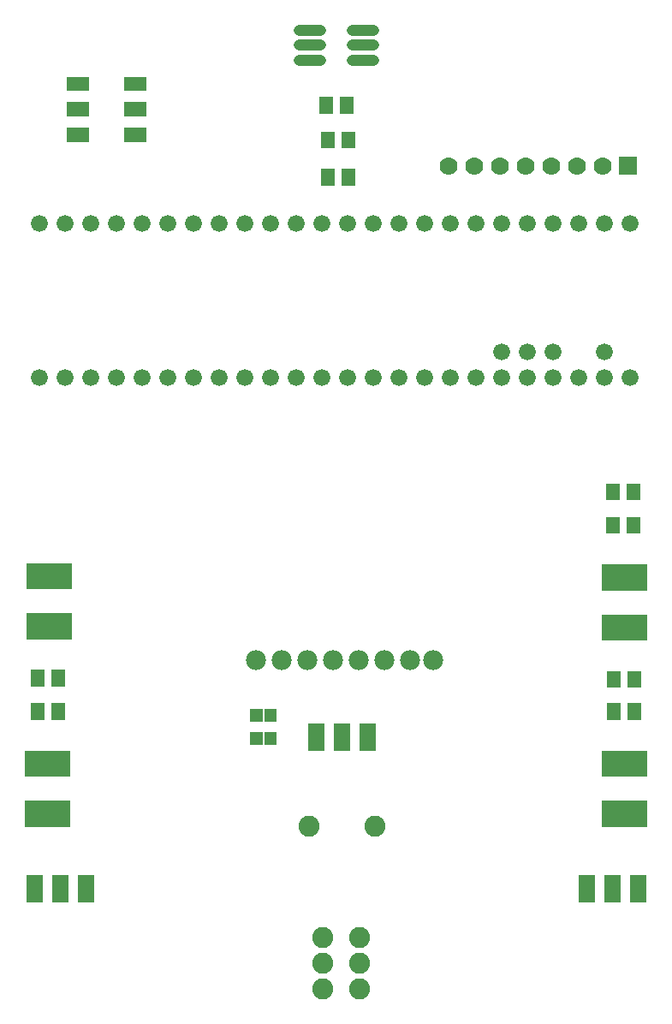
<source format=gts>
G04 Layer: TopSolderMaskLayer*
G04 EasyEDA v6.3.22, 2020-04-01T11:54:54--7:00*
G04 ca9891681b394fd3aee58acbbe32b52a,95dd31e7bbc04d03a1fa04b442bf807f,10*
G04 Gerber Generator version 0.2*
G04 Scale: 100 percent, Rotated: No, Reflected: No *
G04 Dimensions in millimeters *
G04 leading zeros omitted , absolute positions ,3 integer and 3 decimal *
%FSLAX33Y33*%
%MOMM*%
G90*
G71D02*

%ADD23C,1.778000*%
%ADD42C,1.103198*%
%ADD45C,1.981200*%
%ADD46C,1.676400*%
%ADD48C,2.082800*%

%LPD*%
G54D42*
G01X29176Y97155D02*
G01X31276Y97155D01*
G01X29176Y95653D02*
G01X31276Y95653D01*
G01X29176Y94155D02*
G01X31276Y94155D01*
G01X34426Y97155D02*
G01X36526Y97155D01*
G01X34426Y95653D02*
G01X36526Y95653D01*
G01X34426Y94155D02*
G01X36526Y94155D01*
G36*
G01X6207Y88579D02*
G01X6207Y89982D01*
G01X8412Y89982D01*
G01X8412Y88579D01*
G01X6207Y88579D01*
G37*
G36*
G01X6207Y86080D02*
G01X6207Y87482D01*
G01X8412Y87482D01*
G01X8412Y86080D01*
G01X6207Y86080D01*
G37*
G36*
G01X11907Y91079D02*
G01X11907Y92481D01*
G01X14112Y92481D01*
G01X14112Y91079D01*
G01X11907Y91079D01*
G37*
G36*
G01X11907Y88579D02*
G01X11907Y89982D01*
G01X14112Y89982D01*
G01X14112Y88579D01*
G01X11907Y88579D01*
G37*
G36*
G01X11907Y86080D02*
G01X11907Y87482D01*
G01X14112Y87482D01*
G01X14112Y86080D01*
G01X11907Y86080D01*
G37*
G36*
G01X6207Y91079D02*
G01X6207Y92481D01*
G01X8412Y92481D01*
G01X8412Y91079D01*
G01X6207Y91079D01*
G37*
G36*
G01X56850Y10815D02*
G01X56850Y13566D01*
G01X58468Y13566D01*
G01X58468Y10815D01*
G01X56850Y10815D01*
G37*
G36*
G01X59390Y10815D02*
G01X59390Y13566D01*
G01X61008Y13566D01*
G01X61008Y10815D01*
G01X59390Y10815D01*
G37*
G36*
G01X61930Y10815D02*
G01X61930Y13566D01*
G01X63548Y13566D01*
G01X63548Y10815D01*
G01X61930Y10815D01*
G37*
G36*
G01X30053Y25801D02*
G01X30053Y28552D01*
G01X31671Y28552D01*
G01X31671Y25801D01*
G01X30053Y25801D01*
G37*
G36*
G01X32593Y25801D02*
G01X32593Y28552D01*
G01X34211Y28552D01*
G01X34211Y25801D01*
G01X32593Y25801D01*
G37*
G36*
G01X35133Y25801D02*
G01X35133Y28552D01*
G01X36751Y28552D01*
G01X36751Y25801D01*
G01X35133Y25801D01*
G37*
G36*
G01X2240Y10815D02*
G01X2240Y13566D01*
G01X3858Y13566D01*
G01X3858Y10815D01*
G01X2240Y10815D01*
G37*
G36*
G01X4780Y10815D02*
G01X4780Y13566D01*
G01X6398Y13566D01*
G01X6398Y10815D01*
G01X4780Y10815D01*
G37*
G36*
G01X7320Y10815D02*
G01X7320Y13566D01*
G01X8938Y13566D01*
G01X8938Y10815D01*
G01X7320Y10815D01*
G37*
G54D45*
G01X24892Y34798D03*
G01X27432Y34798D03*
G01X29972Y34798D03*
G01X32512Y34798D03*
G01X35052Y34798D03*
G01X37592Y34798D03*
G01X40132Y34798D03*
G01X42418Y34798D03*
G54D46*
G01X61947Y77979D03*
G01X59407Y77979D03*
G01X56867Y77979D03*
G01X54327Y77979D03*
G01X51787Y77979D03*
G01X49247Y77979D03*
G01X46707Y77979D03*
G01X44167Y77979D03*
G01X41627Y77979D03*
G01X39087Y77979D03*
G01X36547Y77979D03*
G01X34007Y77979D03*
G01X31467Y77979D03*
G01X28927Y77979D03*
G01X23847Y77979D03*
G01X21307Y77979D03*
G01X18767Y77979D03*
G01X16227Y77979D03*
G01X28927Y62739D03*
G01X31467Y62739D03*
G01X34007Y62739D03*
G01X36547Y62739D03*
G01X39087Y62739D03*
G01X41627Y62739D03*
G01X44167Y62739D03*
G01X46707Y62739D03*
G01X49247Y62739D03*
G01X51787Y62739D03*
G01X54327Y62739D03*
G01X56867Y62739D03*
G01X59407Y62739D03*
G01X61947Y62739D03*
G01X59407Y65279D03*
G01X54327Y65279D03*
G01X51787Y65279D03*
G01X49247Y65279D03*
G01X26387Y77979D03*
G01X16227Y62739D03*
G01X18767Y62739D03*
G01X21307Y62739D03*
G01X23847Y62739D03*
G01X26387Y62739D03*
G01X13687Y77979D03*
G01X11147Y77979D03*
G01X8607Y77979D03*
G01X6067Y77979D03*
G01X3527Y77979D03*
G01X3527Y62739D03*
G01X13687Y62739D03*
G01X11147Y62739D03*
G01X8607Y62739D03*
G01X6067Y62739D03*
G36*
G01X24353Y28684D02*
G01X24353Y29989D01*
G01X25554Y29989D01*
G01X25554Y28684D01*
G01X24353Y28684D01*
G37*
G36*
G01X25753Y28684D02*
G01X25753Y29989D01*
G01X26954Y29989D01*
G01X26954Y28684D01*
G01X25753Y28684D01*
G37*
G54D48*
G01X30149Y18415D03*
G01X36652Y18415D03*
G01X35179Y7366D03*
G01X35179Y4826D03*
G01X35179Y2286D03*
G01X31496Y7366D03*
G01X31496Y4826D03*
G01X31496Y2286D03*
G36*
G01X59517Y47307D02*
G01X59517Y48958D01*
G01X60878Y48958D01*
G01X60878Y47307D01*
G01X59517Y47307D01*
G37*
G36*
G01X61549Y47307D02*
G01X61549Y48958D01*
G01X62910Y48958D01*
G01X62910Y47307D01*
G01X61549Y47307D01*
G37*
G36*
G01X59644Y28892D02*
G01X59644Y30543D01*
G01X61005Y30543D01*
G01X61005Y28892D01*
G01X59644Y28892D01*
G37*
G36*
G01X61676Y28892D02*
G01X61676Y30543D01*
G01X63037Y30543D01*
G01X63037Y28892D01*
G01X61676Y28892D01*
G37*
G36*
G01X2621Y28892D02*
G01X2621Y30543D01*
G01X3982Y30543D01*
G01X3982Y28892D01*
G01X2621Y28892D01*
G37*
G36*
G01X4653Y28892D02*
G01X4653Y30543D01*
G01X6014Y30543D01*
G01X6014Y28892D01*
G01X4653Y28892D01*
G37*
G36*
G01X31196Y88836D02*
G01X31196Y90487D01*
G01X32557Y90487D01*
G01X32557Y88836D01*
G01X31196Y88836D01*
G37*
G36*
G01X33228Y88836D02*
G01X33228Y90487D01*
G01X34589Y90487D01*
G01X34589Y88836D01*
G01X33228Y88836D01*
G37*
G36*
G01X24353Y26398D02*
G01X24353Y27703D01*
G01X25554Y27703D01*
G01X25554Y26398D01*
G01X24353Y26398D01*
G37*
G36*
G01X25753Y26398D02*
G01X25753Y27703D01*
G01X26954Y27703D01*
G01X26954Y26398D01*
G01X25753Y26398D01*
G37*
G36*
G01X60833Y82804D02*
G01X60833Y84582D01*
G01X62611Y84582D01*
G01X62611Y82804D01*
G01X60833Y82804D01*
G37*
G54D23*
G01X59182Y83693D03*
G01X56642Y83693D03*
G01X54102Y83693D03*
G01X51562Y83693D03*
G01X49022Y83693D03*
G01X46482Y83693D03*
G01X43942Y83693D03*
G36*
G01X31323Y85407D02*
G01X31323Y87058D01*
G01X32684Y87058D01*
G01X32684Y85407D01*
G01X31323Y85407D01*
G37*
G36*
G01X33355Y85407D02*
G01X33355Y87058D01*
G01X34716Y87058D01*
G01X34716Y85407D01*
G01X33355Y85407D01*
G37*
G36*
G01X31323Y81724D02*
G01X31323Y83375D01*
G01X32684Y83375D01*
G01X32684Y81724D01*
G01X31323Y81724D01*
G37*
G36*
G01X33355Y81724D02*
G01X33355Y83375D01*
G01X34716Y83375D01*
G01X34716Y81724D01*
G01X33355Y81724D01*
G37*
G36*
G01X59517Y50609D02*
G01X59517Y52260D01*
G01X60878Y52260D01*
G01X60878Y50609D01*
G01X59517Y50609D01*
G37*
G36*
G01X61549Y50609D02*
G01X61549Y52260D01*
G01X62910Y52260D01*
G01X62910Y50609D01*
G01X61549Y50609D01*
G37*
G36*
G01X59644Y32067D02*
G01X59644Y33718D01*
G01X61005Y33718D01*
G01X61005Y32067D01*
G01X59644Y32067D01*
G37*
G36*
G01X61676Y32067D02*
G01X61676Y33718D01*
G01X63037Y33718D01*
G01X63037Y32067D01*
G01X61676Y32067D01*
G37*
G36*
G01X2621Y32194D02*
G01X2621Y33845D01*
G01X3982Y33845D01*
G01X3982Y32194D01*
G01X2621Y32194D01*
G37*
G36*
G01X4653Y32194D02*
G01X4653Y33845D01*
G01X6014Y33845D01*
G01X6014Y32194D01*
G01X4653Y32194D01*
G37*
G36*
G01X2202Y36857D02*
G01X2202Y39441D01*
G01X6690Y39441D01*
G01X6690Y36857D01*
G01X2202Y36857D01*
G37*
G36*
G01X2202Y41836D02*
G01X2202Y44419D01*
G01X6690Y44419D01*
G01X6690Y41836D01*
G01X2202Y41836D01*
G37*
G36*
G01X59095Y41709D02*
G01X59095Y44292D01*
G01X63586Y44292D01*
G01X63586Y41709D01*
G01X59095Y41709D01*
G37*
G36*
G01X59095Y36730D02*
G01X59095Y39314D01*
G01X63586Y39314D01*
G01X63586Y36730D01*
G01X59095Y36730D01*
G37*
G36*
G01X59095Y23294D02*
G01X59095Y25877D01*
G01X63586Y25877D01*
G01X63586Y23294D01*
G01X59095Y23294D01*
G37*
G36*
G01X59095Y18315D02*
G01X59095Y20899D01*
G01X63586Y20899D01*
G01X63586Y18315D01*
G01X59095Y18315D01*
G37*
G36*
G01X2075Y18315D02*
G01X2075Y20899D01*
G01X6563Y20899D01*
G01X6563Y18315D01*
G01X2075Y18315D01*
G37*
G36*
G01X2075Y23294D02*
G01X2075Y25877D01*
G01X6563Y25877D01*
G01X6563Y23294D01*
G01X2075Y23294D01*
G37*
M00*
M02*

</source>
